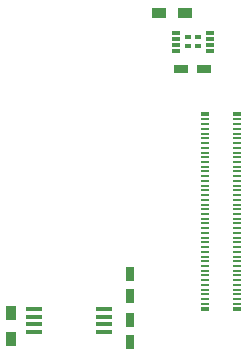
<source format=gbp>
G04 #@! TF.FileFunction,Paste,Bot*
%FSLAX46Y46*%
G04 Gerber Fmt 4.6, Leading zero omitted, Abs format (unit mm)*
G04 Created by KiCad (PCBNEW 4.0.1-stable) date Tuesday, April 12, 2016 'PMt' 11:05:27 PM*
%MOMM*%
G01*
G04 APERTURE LIST*
%ADD10C,0.100000*%
%ADD11R,0.660000X0.230000*%
%ADD12R,0.660000X0.350000*%
%ADD13R,1.200000X0.750000*%
%ADD14R,0.750000X0.300000*%
%ADD15R,0.525000X0.435000*%
%ADD16R,1.200000X0.900000*%
%ADD17R,0.750000X1.200000*%
%ADD18R,0.900000X1.200000*%
%ADD19R,1.450000X0.450000*%
G04 APERTURE END LIST*
D10*
D11*
X161005000Y-115800000D03*
X158295000Y-115800000D03*
X161005000Y-100200000D03*
X158295000Y-100200000D03*
X161005000Y-115400000D03*
X161005000Y-115000000D03*
X161005000Y-114600000D03*
X161005000Y-114200000D03*
X161005000Y-113800000D03*
X161005000Y-113400000D03*
X161005000Y-113000000D03*
X161005000Y-112600000D03*
X161005000Y-112200000D03*
X161005000Y-111800000D03*
X161005000Y-111400000D03*
X161005000Y-111000000D03*
X161005000Y-110600000D03*
X161005000Y-110200000D03*
X161005000Y-109800000D03*
X161005000Y-109400000D03*
X161005000Y-109000000D03*
X161005000Y-108600000D03*
X161005000Y-108200000D03*
X161005000Y-107800000D03*
X161005000Y-107400000D03*
X161005000Y-107000000D03*
X161005000Y-106600000D03*
X161005000Y-106200000D03*
X161005000Y-105800000D03*
X161005000Y-105400000D03*
X161005000Y-105000000D03*
X161005000Y-104600000D03*
X161005000Y-104200000D03*
X161005000Y-103800000D03*
X161005000Y-103400000D03*
X161005000Y-103000000D03*
X161005000Y-102600000D03*
X161005000Y-102200000D03*
X161005000Y-101800000D03*
X161005000Y-101400000D03*
X161005000Y-101000000D03*
X161005000Y-100600000D03*
D12*
X161005000Y-99725000D03*
X158295000Y-99725000D03*
X161005000Y-116275000D03*
X158295000Y-116275000D03*
D11*
X158295000Y-100600000D03*
X158295000Y-101000000D03*
X158295000Y-101400000D03*
X158295000Y-101800000D03*
X158295000Y-102200000D03*
X158295000Y-102600000D03*
X158295000Y-103000000D03*
X158295000Y-103400000D03*
X158295000Y-103800000D03*
X158295000Y-104200000D03*
X158295000Y-104600000D03*
X158295000Y-105000000D03*
X158295000Y-105400000D03*
X158295000Y-105800000D03*
X158295000Y-106200000D03*
X158295000Y-106600000D03*
X158295000Y-107000000D03*
X158295000Y-107400000D03*
X158295000Y-107800000D03*
X158295000Y-108200000D03*
X158295000Y-108600000D03*
X158295000Y-109000000D03*
X158295000Y-109400000D03*
X158295000Y-109800000D03*
X158295000Y-110200000D03*
X158295000Y-110600000D03*
X158295000Y-111000000D03*
X158295000Y-111400000D03*
X158295000Y-111800000D03*
X158295000Y-112200000D03*
X158295000Y-112600000D03*
X158295000Y-113000000D03*
X158295000Y-113400000D03*
X158295000Y-113800000D03*
X158295000Y-114200000D03*
X158295000Y-114600000D03*
X158295000Y-115000000D03*
X158295000Y-115400000D03*
D13*
X156250000Y-95900000D03*
X158150000Y-95900000D03*
D14*
X158712500Y-92862500D03*
X158712500Y-93362500D03*
X158712500Y-93862500D03*
X158712500Y-94362500D03*
X155812500Y-94362500D03*
X155812500Y-93862500D03*
X155812500Y-93362500D03*
X155812500Y-92862500D03*
D15*
X156825000Y-93975000D03*
X156825000Y-93250000D03*
X157700000Y-93975000D03*
X157700000Y-93250000D03*
D16*
X156550000Y-91200000D03*
X154350000Y-91200000D03*
D17*
X151940000Y-117170000D03*
X151940000Y-119070000D03*
X151940000Y-115180000D03*
X151940000Y-113280000D03*
D18*
X141850000Y-116590000D03*
X141850000Y-118790000D03*
D19*
X143790000Y-118205000D03*
X143790000Y-117555000D03*
X143790000Y-116905000D03*
X143790000Y-116255000D03*
X149690000Y-116255000D03*
X149690000Y-116905000D03*
X149690000Y-117555000D03*
X149690000Y-118205000D03*
M02*

</source>
